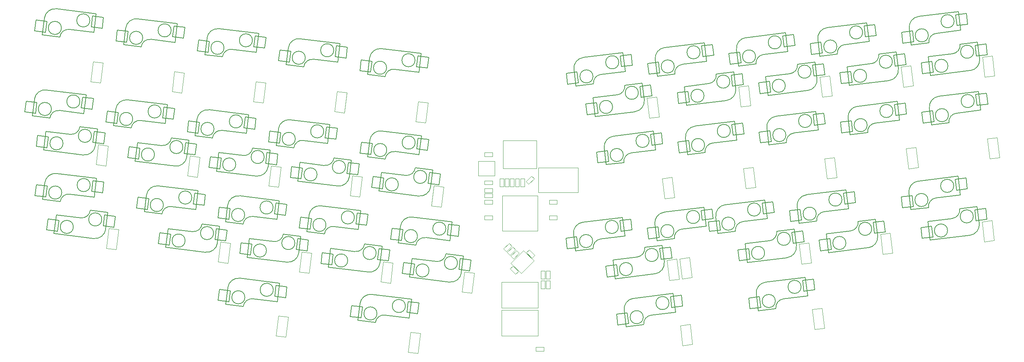
<source format=gbr>
%TF.GenerationSoftware,KiCad,Pcbnew,7.0.6*%
%TF.CreationDate,2024-02-12T15:49:00-05:00*%
%TF.ProjectId,lalettre2040-tripple-stagger-hotswap-pcb,6c616c65-7474-4726-9532-3034302d7472,rev?*%
%TF.SameCoordinates,PX1ea85bbPY7e0978f*%
%TF.FileFunction,Other,User*%
%FSLAX46Y46*%
G04 Gerber Fmt 4.6, Leading zero omitted, Abs format (unit mm)*
G04 Created by KiCad (PCBNEW 7.0.6) date 2024-02-12 15:49:00*
%MOMM*%
%LPD*%
G01*
G04 APERTURE LIST*
%ADD10C,0.150000*%
%ADD11C,0.127000*%
%ADD12C,0.050000*%
G04 APERTURE END LIST*
D10*
%TO.C,MX51*%
X179331837Y37322693D02*
X176810770Y37013144D01*
X179022289Y39843760D02*
X179331837Y37322693D01*
D11*
X177144580Y40268088D02*
X177680805Y35900885D01*
X177144580Y40268088D02*
X167913901Y39134703D01*
D10*
X176810770Y37013144D02*
X176501222Y39534212D01*
X176501222Y39534212D02*
X179022289Y39843760D01*
D11*
X172023292Y35206229D02*
X177680805Y35900885D01*
D10*
X166783942Y33222930D02*
X166513088Y35428864D01*
X166513088Y35428864D02*
X163992020Y35119316D01*
D11*
X166212499Y32477734D02*
X170281939Y32977398D01*
X165737209Y36348664D02*
X166212499Y32477734D01*
D10*
X164262875Y32913382D02*
X166783942Y33222930D01*
X163992020Y35119316D02*
X164262875Y32913382D01*
D11*
X172023292Y35206228D02*
G75*
G03*
X170281940Y32977398I243738J-1985090D01*
G01*
X167913901Y39134701D02*
G75*
G03*
X165737210Y36348664I304673J-2481364D01*
G01*
D10*
X176163142Y38026040D02*
G75*
G03*
X176163142Y38026040I-1524000J0D01*
G01*
X170170022Y34731102D02*
G75*
G03*
X170170022Y34731102I-1524000J0D01*
G01*
%TO.C,MX27*%
X165112140Y35896619D02*
X162591072Y35587071D01*
X164841285Y38102553D02*
X165112140Y35896619D01*
D11*
X162963576Y38526881D02*
X163499801Y34159678D01*
X162963576Y38526881D02*
X153732897Y37393496D01*
D10*
X162591072Y35587071D02*
X162320218Y37793005D01*
X162320218Y37793005D02*
X164841285Y38102553D01*
D11*
X157842288Y33465022D02*
X163499801Y34159678D01*
D10*
X152602938Y31481723D02*
X152293390Y34002790D01*
X152293390Y34002790D02*
X149772323Y33693242D01*
D11*
X152031495Y30736527D02*
X156100935Y31236191D01*
X151556205Y34607457D02*
X152031495Y30736527D01*
D10*
X150081871Y31172175D02*
X152602938Y31481723D01*
X149772323Y33693242D02*
X150081871Y31172175D01*
D11*
X157842288Y33465021D02*
G75*
G03*
X156100936Y31236191I243738J-1985090D01*
G01*
X153732897Y37393494D02*
G75*
G03*
X151556206Y34607457I304673J-2481364D01*
G01*
D10*
X161982138Y36284833D02*
G75*
G03*
X161982138Y36284833I-1524000J0D01*
G01*
X155989018Y32989895D02*
G75*
G03*
X155989018Y32989895I-1524000J0D01*
G01*
%TO.C,MX50*%
X140143930Y24833814D02*
X142664997Y25143363D01*
X140453478Y22312747D02*
X140143930Y24833814D01*
D11*
X142331187Y21888419D02*
X141794962Y26255622D01*
X142331187Y21888419D02*
X151561866Y23021804D01*
D10*
X142664997Y25143363D02*
X142974545Y22622295D01*
X142974545Y22622295D02*
X140453478Y22312747D01*
D11*
X147452475Y26950278D02*
X141794962Y26255622D01*
D10*
X152691825Y28933577D02*
X155212892Y29243125D01*
X153001373Y26412510D02*
X152691825Y28933577D01*
D11*
X153263268Y29678773D02*
X149193828Y29179109D01*
X153738558Y25807843D02*
X153263268Y29678773D01*
D10*
X155212892Y29243125D02*
X155522440Y26722058D01*
X155522440Y26722058D02*
X153001373Y26412510D01*
D11*
X147452475Y26950279D02*
G75*
G03*
X149193827Y29179109I-243738J1985090D01*
G01*
X151561866Y23021806D02*
G75*
G03*
X153738557Y25807843I-304673J2481364D01*
G01*
D10*
X146360625Y24130467D02*
G75*
G03*
X146360625Y24130467I-1524000J0D01*
G01*
X152353745Y27425405D02*
G75*
G03*
X152353745Y27425405I-1524000J0D01*
G01*
D12*
%TO.C,R_FLASH2*%
X125040311Y19575029D02*
X125980311Y19575029D01*
X125980311Y19575029D02*
X125980311Y21435029D01*
X125040311Y21435029D02*
X125040311Y19575029D01*
X125980311Y21435029D02*
X125040311Y21435029D01*
%TO.C,D9*%
X211108288Y71541904D02*
X208825432Y71261605D01*
X208825432Y71261605D02*
X209398218Y66596638D01*
X211681074Y66876937D02*
X211108288Y71541904D01*
X211681074Y66876937D02*
X209398218Y66596638D01*
%TO.C,R_DATA2*%
X116705928Y43358800D02*
X117645928Y43358800D01*
X117645928Y43358800D02*
X117645928Y45218800D01*
X116705928Y45218800D02*
X116705928Y43358800D01*
X117645928Y45218800D02*
X116705928Y45218800D01*
D10*
%TO.C,MX44*%
X98675343Y51820841D02*
X96154276Y52130389D01*
X98984892Y54341908D02*
X98675343Y51820841D01*
D11*
X97265613Y55207891D02*
X96729388Y50840687D01*
X97265613Y55207891D02*
X88034934Y56341275D01*
D10*
X96154276Y52130389D02*
X96463824Y54651456D01*
X96463824Y54651456D02*
X98984892Y54341908D01*
D11*
X91071875Y51535343D02*
X96729388Y50840687D01*
D10*
X85508352Y50878469D02*
X82987285Y51188017D01*
X85817901Y53399537D02*
X85508352Y50878469D01*
D11*
X84773605Y50293653D02*
X88843044Y49793989D01*
X85248895Y54164583D02*
X84773605Y50293653D01*
D10*
X82987285Y51188017D02*
X83296833Y53709085D01*
X83296833Y53709085D02*
X85817901Y53399537D01*
D11*
X91071875Y51535342D02*
G75*
G03*
X88843044Y49793989I-243740J-1985090D01*
G01*
X88034934Y56341274D02*
G75*
G03*
X85248896Y54164583I-304674J-2481364D01*
G01*
D10*
X95816197Y53638561D02*
G75*
G03*
X95816197Y53638561I-1524001J0D01*
G01*
X89203981Y51891364D02*
G75*
G03*
X89203981Y51891364I-1524001J0D01*
G01*
%TO.C,MX41*%
X29268211Y52665740D02*
X31789278Y52356192D01*
X28958662Y50144673D02*
X29268211Y52665740D01*
D11*
X30677941Y49278690D02*
X31214166Y53645894D01*
X30677941Y49278690D02*
X39908620Y48145306D01*
D10*
X31789278Y52356192D02*
X31479730Y49835125D01*
X31479730Y49835125D02*
X28958662Y50144673D01*
D11*
X36871679Y52951238D02*
X31214166Y53645894D01*
D10*
X42435202Y53608112D02*
X42125653Y51087044D01*
X42125653Y51087044D02*
X44646721Y50777496D01*
D11*
X43169949Y54192928D02*
X39100510Y54692592D01*
X42694659Y50321998D02*
X43169949Y54192928D01*
D10*
X44956269Y53298564D02*
X42435202Y53608112D01*
X44646721Y50777496D02*
X44956269Y53298564D01*
D11*
X36871679Y52951239D02*
G75*
G03*
X39100510Y54692592I243740J1985090D01*
G01*
X39908620Y48145307D02*
G75*
G03*
X42694658Y50321998I304674J2481364D01*
G01*
D10*
X35175359Y50848020D02*
G75*
G03*
X35175359Y50848020I-1524001J0D01*
G01*
X41787575Y52595217D02*
G75*
G03*
X41787575Y52595217I-1524001J0D01*
G01*
%TO.C,MX14*%
X77403837Y54432653D02*
X74882770Y54742201D01*
X77713386Y56953720D02*
X77403837Y54432653D01*
D11*
X75994107Y57819703D02*
X75457882Y53452499D01*
X75994107Y57819703D02*
X66763428Y58953087D01*
D10*
X74882770Y54742201D02*
X75192318Y57263268D01*
X75192318Y57263268D02*
X77713386Y56953720D01*
D11*
X69800369Y54147155D02*
X75457882Y53452499D01*
D10*
X64236846Y53490281D02*
X64546395Y56011349D01*
X64546395Y56011349D02*
X62025327Y56320897D01*
D11*
X63502099Y52905465D02*
X67571538Y52405801D01*
X63977389Y56776395D02*
X63502099Y52905465D01*
D10*
X61715779Y53799829D02*
X64236846Y53490281D01*
X62025327Y56320897D02*
X61715779Y53799829D01*
D11*
X69800369Y54147154D02*
G75*
G03*
X67571538Y52405801I-243740J-1985090D01*
G01*
X66763428Y58953086D02*
G75*
G03*
X63977390Y56776395I-304674J-2481364D01*
G01*
D10*
X74544691Y56250373D02*
G75*
G03*
X74544691Y56250373I-1524001J0D01*
G01*
X67932475Y54503176D02*
G75*
G03*
X67932475Y54503176I-1524001J0D01*
G01*
%TO.C,MX28*%
X170869506Y28606424D02*
X173390573Y28915973D01*
X171179054Y26085357D02*
X170869506Y28606424D01*
D11*
X173056763Y25661029D02*
X172520538Y30028232D01*
X173056763Y25661029D02*
X182287442Y26794414D01*
D10*
X173390573Y28915973D02*
X173700121Y26394905D01*
X173700121Y26394905D02*
X171179054Y26085357D01*
D11*
X178178051Y30722888D02*
X172520538Y30028232D01*
D10*
X183417401Y32706187D02*
X183726949Y30185120D01*
X183726949Y30185120D02*
X186248016Y30494668D01*
D11*
X183988844Y33451383D02*
X179919404Y32951719D01*
X184464134Y29580453D02*
X183988844Y33451383D01*
D10*
X185938468Y33015735D02*
X183417401Y32706187D01*
X186248016Y30494668D02*
X185938468Y33015735D01*
D11*
X178178051Y30722889D02*
G75*
G03*
X179919403Y32951719I-243738J1985090D01*
G01*
X182287442Y26794416D02*
G75*
G03*
X184464133Y29580453I-304673J2481364D01*
G01*
D10*
X177086201Y27903077D02*
G75*
G03*
X177086201Y27903077I-1524000J0D01*
G01*
X183079321Y31198015D02*
G75*
G03*
X183079321Y31198015I-1524000J0D01*
G01*
D12*
%TO.C,C_ESD2*%
X111960923Y44748800D02*
X111960923Y43828800D01*
X111960923Y43828800D02*
X113780923Y43828800D01*
X113780923Y44748800D02*
X111960923Y44748800D01*
X113780923Y43828800D02*
X113780923Y44748800D01*
D10*
%TO.C,MX17*%
X172283225Y55650295D02*
X169762158Y55340746D01*
X171973677Y58171362D02*
X172283225Y55650295D01*
D11*
X170095968Y58595690D02*
X170632193Y54228487D01*
X170095968Y58595690D02*
X160865289Y57462305D01*
D10*
X169762158Y55340746D02*
X169452610Y57861814D01*
X169452610Y57861814D02*
X171973677Y58171362D01*
D11*
X164974680Y53533831D02*
X170632193Y54228487D01*
D10*
X159735330Y51550532D02*
X159425782Y54071599D01*
X159425782Y54071599D02*
X156904715Y53762051D01*
D11*
X159163887Y50805336D02*
X163233327Y51305000D01*
X158688597Y54676266D02*
X159163887Y50805336D01*
D10*
X157214263Y51240984D02*
X159735330Y51550532D01*
X156904715Y53762051D02*
X157214263Y51240984D01*
D11*
X164974680Y53533830D02*
G75*
G03*
X163233328Y51305000I243738J-1985090D01*
G01*
X160865289Y57462303D02*
G75*
G03*
X158688598Y54676266I304673J-2481364D01*
G01*
D10*
X169114530Y56353642D02*
G75*
G03*
X169114530Y56353642I-1524000J0D01*
G01*
X163121410Y53058704D02*
G75*
G03*
X163121410Y53058704I-1524000J0D01*
G01*
D12*
%TO.C,D19*%
X212248149Y52488785D02*
X209965293Y52208486D01*
X209965293Y52208486D02*
X210538079Y47543519D01*
X212820935Y47823818D02*
X212248149Y52488785D01*
X212820935Y47823818D02*
X210538079Y47543519D01*
%TO.C,R_FLASH3*%
X126230935Y21840968D02*
X127170935Y21840968D01*
X127170935Y21840968D02*
X127170935Y23700968D01*
X126230935Y23700968D02*
X126230935Y21840968D01*
X127170935Y23700968D02*
X126230935Y23700968D01*
D10*
%TO.C,MX22*%
X46720222Y39007064D02*
X44199155Y39316612D01*
X47029771Y41528131D02*
X46720222Y39007064D01*
D11*
X45310492Y42394114D02*
X44774267Y38026910D01*
X45310492Y42394114D02*
X36079813Y43527498D01*
D10*
X44199155Y39316612D02*
X44508703Y41837679D01*
X44508703Y41837679D02*
X47029771Y41528131D01*
D11*
X39116754Y38721566D02*
X44774267Y38026910D01*
D10*
X33553231Y38064692D02*
X33862780Y40585760D01*
X33862780Y40585760D02*
X31341712Y40895308D01*
D11*
X32818484Y37479876D02*
X36887923Y36980212D01*
X33293774Y41350806D02*
X32818484Y37479876D01*
D10*
X31032164Y38374240D02*
X33553231Y38064692D01*
X31341712Y40895308D02*
X31032164Y38374240D01*
D11*
X39116754Y38721565D02*
G75*
G03*
X36887923Y36980212I-243740J-1985090D01*
G01*
X36079813Y43527497D02*
G75*
G03*
X33293775Y41350806I-304674J-2481364D01*
G01*
D10*
X43861076Y40824784D02*
G75*
G03*
X43861076Y40824784I-1524001J0D01*
G01*
X37248860Y39077587D02*
G75*
G03*
X37248860Y39077587I-1524001J0D01*
G01*
D12*
%TO.C,C_3V3_3*%
X120017178Y45198800D02*
X119097178Y45198800D01*
X119097178Y45198800D02*
X119097178Y43378800D01*
X120017178Y43378800D02*
X120017178Y45198800D01*
X119097178Y43378800D02*
X120017178Y43378800D01*
%TO.C,SW2*%
X115902493Y14546586D02*
X115902493Y8546586D01*
X115902493Y8546586D02*
X124402493Y8546586D01*
X124402493Y14546586D02*
X115902493Y14546586D01*
X124402493Y8546586D02*
X124402493Y14546586D01*
D10*
%TO.C,MX9*%
X203050621Y78621119D02*
X200529554Y78311570D01*
X202741073Y81142186D02*
X203050621Y78621119D01*
D11*
X200863364Y81566514D02*
X201399589Y77199311D01*
X200863364Y81566514D02*
X191632685Y80433129D01*
D10*
X200529554Y78311570D02*
X200220006Y80832638D01*
X200220006Y80832638D02*
X202741073Y81142186D01*
D11*
X195742076Y76504655D02*
X201399589Y77199311D01*
D10*
X190502726Y74521356D02*
X190193178Y77042423D01*
X190193178Y77042423D02*
X187672111Y76732875D01*
D11*
X189931283Y73776160D02*
X194000723Y74275824D01*
X189455993Y77647090D02*
X189931283Y73776160D01*
D10*
X187981659Y74211808D02*
X190502726Y74521356D01*
X187672111Y76732875D02*
X187981659Y74211808D01*
D11*
X195742076Y76504654D02*
G75*
G03*
X194000724Y74275824I243738J-1985090D01*
G01*
X191632685Y80433127D02*
G75*
G03*
X189455994Y77647090I304673J-2481364D01*
G01*
D10*
X199881926Y79324466D02*
G75*
G03*
X199881926Y79324466I-1524000J0D01*
G01*
X193888806Y76029528D02*
G75*
G03*
X193888806Y76029528I-1524000J0D01*
G01*
D12*
%TO.C,C_3V3_6*%
X111960923Y36605045D02*
X111960923Y35685045D01*
X111960923Y35685045D02*
X113780923Y35685045D01*
X113780923Y36605045D02*
X111960923Y36605045D01*
X113780923Y35685045D02*
X113780923Y36605045D01*
%TO.C,D14*%
X83509632Y45614306D02*
X81226776Y45894605D01*
X81226776Y45894605D02*
X80653990Y41229638D01*
X82936846Y40949339D02*
X83509632Y45614306D01*
X82936846Y40949339D02*
X80653990Y41229638D01*
%TO.C,D24*%
X90642031Y25545481D02*
X88359175Y25825780D01*
X88359175Y25825780D02*
X87786389Y21160813D01*
X90069245Y20880514D02*
X90642031Y25545481D01*
X90069245Y20880514D02*
X87786389Y21160813D01*
%TO.C,C_XTAL2*%
X118535333Y24860395D02*
X117884795Y24209857D01*
X117884795Y24209857D02*
X119171729Y22922923D01*
X119822267Y23573461D02*
X118535333Y24860395D01*
X119171729Y22922923D02*
X119822267Y23573461D01*
%TO.C,D21*%
X26827462Y33380925D02*
X24544606Y33661224D01*
X24544606Y33661224D02*
X23971820Y28996257D01*
X26254676Y28715958D02*
X26827462Y33380925D01*
X26254676Y28715958D02*
X23971820Y28996257D01*
%TO.C,D27*%
X159618328Y26833578D02*
X157335472Y26553279D01*
X157335472Y26553279D02*
X157908258Y21888312D01*
X160191114Y22168611D02*
X159618328Y26833578D01*
X160191114Y22168611D02*
X157908258Y21888312D01*
D10*
%TO.C,MX6*%
X146326541Y71656293D02*
X143805474Y71346744D01*
X146016993Y74177360D02*
X146326541Y71656293D01*
D11*
X144139284Y74601688D02*
X144675509Y70234485D01*
X144139284Y74601688D02*
X134908605Y73468303D01*
D10*
X143805474Y71346744D02*
X143495926Y73867812D01*
X143495926Y73867812D02*
X146016993Y74177360D01*
D11*
X139017996Y69539829D02*
X144675509Y70234485D01*
D10*
X133778646Y67556530D02*
X133469098Y70077597D01*
X133469098Y70077597D02*
X130948031Y69768049D01*
D11*
X133207203Y66811334D02*
X137276643Y67310998D01*
X132731913Y70682264D02*
X133207203Y66811334D01*
D10*
X131257579Y67246982D02*
X133778646Y67556530D01*
X130948031Y69768049D02*
X131257579Y67246982D01*
D11*
X139017996Y69539828D02*
G75*
G03*
X137276644Y67310998I243738J-1985090D01*
G01*
X134908605Y73468301D02*
G75*
G03*
X132731914Y70682264I304673J-2481364D01*
G01*
D10*
X143157846Y72359640D02*
G75*
G03*
X143157846Y72359640I-1524000J0D01*
G01*
X137164726Y69064702D02*
G75*
G03*
X137164726Y69064702I-1524000J0D01*
G01*
D12*
%TO.C,J1*%
X124052492Y47557243D02*
X116252492Y47557243D01*
X124052492Y54117243D02*
X124052492Y47557243D01*
X116252492Y47557243D02*
X116252492Y54117243D01*
X116252492Y54117243D02*
X124052492Y54117243D01*
%TO.C,D28*%
X187389483Y30243445D02*
X185106627Y29963146D01*
X185106627Y29963146D02*
X185679413Y25298179D01*
X187962269Y25578478D02*
X187389483Y30243445D01*
X187962269Y25578478D02*
X185679413Y25298179D01*
%TO.C,R_FLASH1*%
X126230936Y19575028D02*
X127170936Y19575028D01*
X127170936Y19575028D02*
X127170936Y21435028D01*
X126230936Y21435028D02*
X126230936Y19575028D01*
X127170936Y21435028D02*
X126230936Y21435028D01*
%TO.C,D17*%
X174432108Y47845558D02*
X172149252Y47565259D01*
X172149252Y47565259D02*
X172722038Y42900292D01*
X175004894Y43180591D02*
X174432108Y47845558D01*
X175004894Y43180591D02*
X172722038Y42900292D01*
D10*
%TO.C,MX47*%
X55308607Y30275320D02*
X57829674Y29965772D01*
X54999058Y27754253D02*
X55308607Y30275320D01*
D11*
X56718337Y26888270D02*
X57254562Y31255474D01*
X56718337Y26888270D02*
X65949016Y25754886D01*
D10*
X57829674Y29965772D02*
X57520126Y27444705D01*
X57520126Y27444705D02*
X54999058Y27754253D01*
D11*
X62912075Y30560818D02*
X57254562Y31255474D01*
D10*
X68475598Y31217692D02*
X68166049Y28696624D01*
X68166049Y28696624D02*
X70687117Y28387076D01*
D11*
X69210345Y31802508D02*
X65140906Y32302172D01*
X68735055Y27931578D02*
X69210345Y31802508D01*
D10*
X70996665Y30908144D02*
X68475598Y31217692D01*
X70687117Y28387076D02*
X70996665Y30908144D01*
D11*
X62912075Y30560819D02*
G75*
G03*
X65140906Y32302172I243740J1985090D01*
G01*
X65949016Y25754887D02*
G75*
G03*
X68735054Y27931578I304674J2481364D01*
G01*
D10*
X61215755Y28457600D02*
G75*
G03*
X61215755Y28457600I-1524001J0D01*
G01*
X67827971Y30204797D02*
G75*
G03*
X67827971Y30204797I-1524001J0D01*
G01*
D12*
%TO.C,C_3V3_5*%
X111960925Y40205044D02*
X111960925Y39285044D01*
X111960925Y39285044D02*
X113780925Y39285044D01*
X113780925Y40205044D02*
X111960925Y40205044D01*
X113780925Y39285044D02*
X113780925Y40205044D01*
D10*
%TO.C,MX53*%
X213412448Y33830056D02*
X215933515Y34139605D01*
X213721996Y31308989D02*
X213412448Y33830056D01*
D11*
X215599705Y30884661D02*
X215063480Y35251864D01*
X215599705Y30884661D02*
X224830384Y32018046D01*
D10*
X215933515Y34139605D02*
X216243063Y31618537D01*
X216243063Y31618537D02*
X213721996Y31308989D01*
D11*
X220720993Y35946520D02*
X215063480Y35251864D01*
D10*
X225960343Y37929819D02*
X228481410Y38239367D01*
X226269891Y35408752D02*
X225960343Y37929819D01*
D11*
X226531786Y38675015D02*
X222462346Y38175351D01*
X227007076Y34804085D02*
X226531786Y38675015D01*
D10*
X228481410Y38239367D02*
X228790958Y35718300D01*
X228790958Y35718300D02*
X226269891Y35408752D01*
D11*
X220720993Y35946521D02*
G75*
G03*
X222462345Y38175351I-243738J1985090D01*
G01*
X224830384Y32018048D02*
G75*
G03*
X227007075Y34804085I-304673J2481364D01*
G01*
D10*
X219629143Y33126709D02*
G75*
G03*
X219629143Y33126709I-1524000J0D01*
G01*
X225622263Y36421647D02*
G75*
G03*
X225622263Y36421647I-1524000J0D01*
G01*
D12*
%TO.C,U2*%
X124432188Y47744114D02*
X133732188Y47744114D01*
X124432188Y42024114D02*
X124432188Y47744114D01*
X133732188Y47744114D02*
X133732188Y42024114D01*
X133732188Y42024114D02*
X124432188Y42024114D01*
%TO.C,D6*%
X152020723Y64286866D02*
X149737867Y64006567D01*
X149737867Y64006567D02*
X150310653Y59341600D01*
X152593509Y59621899D02*
X152020723Y64286866D01*
X152593509Y59621899D02*
X150310653Y59341600D01*
D10*
%TO.C,MX8*%
X184142618Y76299507D02*
X181621551Y75989958D01*
X183833070Y78820574D02*
X184142618Y76299507D01*
D11*
X181955361Y79244902D02*
X182491586Y74877699D01*
X181955361Y79244902D02*
X172724682Y78111517D01*
D10*
X181621551Y75989958D02*
X181312003Y78511026D01*
X181312003Y78511026D02*
X183833070Y78820574D01*
D11*
X176834073Y74183043D02*
X182491586Y74877699D01*
D10*
X171594723Y72199744D02*
X171285175Y74720811D01*
X171285175Y74720811D02*
X168764108Y74411263D01*
D11*
X171023280Y71454548D02*
X175092720Y71954212D01*
X170547990Y75325478D02*
X171023280Y71454548D01*
D10*
X169073656Y71890196D02*
X171594723Y72199744D01*
X168764108Y74411263D02*
X169073656Y71890196D01*
D11*
X176834073Y74183042D02*
G75*
G03*
X175092721Y71954212I243738J-1985090D01*
G01*
X172724682Y78111515D02*
G75*
G03*
X170547991Y75325478I304673J-2481364D01*
G01*
D10*
X180973923Y77002854D02*
G75*
G03*
X180973923Y77002854I-1524000J0D01*
G01*
X174980803Y73707916D02*
G75*
G03*
X174980803Y73707916I-1524000J0D01*
G01*
D12*
%TO.C,D23*%
X71734011Y27867096D02*
X69451155Y28147395D01*
X69451155Y28147395D02*
X68878369Y23482428D01*
X71161225Y23202129D02*
X71734011Y27867096D01*
X71161225Y23202129D02*
X68878369Y23482428D01*
D10*
%TO.C,MX48*%
X74216609Y27953709D02*
X76737676Y27644161D01*
X73907060Y25432642D02*
X74216609Y27953709D01*
D11*
X75626339Y24566659D02*
X76162564Y28933863D01*
X75626339Y24566659D02*
X84857018Y23433275D01*
D10*
X76737676Y27644161D02*
X76428128Y25123094D01*
X76428128Y25123094D02*
X73907060Y25432642D01*
D11*
X81820077Y28239207D02*
X76162564Y28933863D01*
D10*
X87383600Y28896081D02*
X87074051Y26375013D01*
X87074051Y26375013D02*
X89595119Y26065465D01*
D11*
X88118347Y29480897D02*
X84048908Y29980561D01*
X87643057Y25609967D02*
X88118347Y29480897D01*
D10*
X89904667Y28586533D02*
X87383600Y28896081D01*
X89595119Y26065465D02*
X89904667Y28586533D01*
D11*
X81820077Y28239208D02*
G75*
G03*
X84048908Y29980561I243740J1985090D01*
G01*
X84857018Y23433276D02*
G75*
G03*
X87643056Y25609967I304674J2481364D01*
G01*
D10*
X80123757Y26135989D02*
G75*
G03*
X80123757Y26135989I-1524001J0D01*
G01*
X86735973Y27883186D02*
G75*
G03*
X86735973Y27883186I-1524001J0D01*
G01*
%TO.C,MX38*%
X194588290Y69904849D02*
X197109357Y70214398D01*
X194897838Y67383782D02*
X194588290Y69904849D01*
D11*
X196775547Y66959454D02*
X196239322Y71326657D01*
X196775547Y66959454D02*
X206006226Y68092839D01*
D10*
X197109357Y70214398D02*
X197418905Y67693330D01*
X197418905Y67693330D02*
X194897838Y67383782D01*
D11*
X201896835Y72021313D02*
X196239322Y71326657D01*
D10*
X207136185Y74004612D02*
X207445733Y71483545D01*
X207445733Y71483545D02*
X209966800Y71793093D01*
D11*
X207707628Y74749808D02*
X203638188Y74250144D01*
X208182918Y70878878D02*
X207707628Y74749808D01*
D10*
X209657252Y74314160D02*
X207136185Y74004612D01*
X209966800Y71793093D02*
X209657252Y74314160D01*
D11*
X201896835Y72021314D02*
G75*
G03*
X203638187Y74250144I-243738J1985090D01*
G01*
X206006226Y68092841D02*
G75*
G03*
X208182917Y70878878I-304673J2481364D01*
G01*
D10*
X200804985Y69201502D02*
G75*
G03*
X200804985Y69201502I-1524000J0D01*
G01*
X206798105Y72496440D02*
G75*
G03*
X206798105Y72496440I-1524000J0D01*
G01*
%TO.C,MX15*%
X85992224Y45700907D02*
X88513291Y45391359D01*
X85682675Y43179840D02*
X85992224Y45700907D01*
D11*
X87401954Y42313857D02*
X87938179Y46681061D01*
X87401954Y42313857D02*
X96632633Y41180473D01*
D10*
X88513291Y45391359D02*
X88203743Y42870292D01*
X88203743Y42870292D02*
X85682675Y43179840D01*
D11*
X93595692Y45986405D02*
X87938179Y46681061D01*
D10*
X99159215Y46643279D02*
X98849666Y44122211D01*
X98849666Y44122211D02*
X101370734Y43812663D01*
D11*
X99893962Y47228095D02*
X95824523Y47727759D01*
X99418672Y43357165D02*
X99893962Y47228095D01*
D10*
X101680282Y46333731D02*
X99159215Y46643279D01*
X101370734Y43812663D02*
X101680282Y46333731D01*
D11*
X93595692Y45986406D02*
G75*
G03*
X95824523Y47727759I243740J1985090D01*
G01*
X96632633Y41180474D02*
G75*
G03*
X99418671Y43357165I304674J2481364D01*
G01*
D10*
X91899372Y43883187D02*
G75*
G03*
X91899372Y43883187I-1524001J0D01*
G01*
X98511588Y45630384D02*
G75*
G03*
X98511588Y45630384I-1524001J0D01*
G01*
D12*
%TO.C,D30*%
X229932527Y35467075D02*
X227649671Y35186776D01*
X227649671Y35186776D02*
X228222457Y30521809D01*
X230505313Y30802108D02*
X229932527Y35467075D01*
X230505313Y30802108D02*
X228222457Y30521809D01*
%TO.C,D34*%
X190457545Y15025780D02*
X188174689Y14745481D01*
X188174689Y14745481D02*
X188747475Y10080514D01*
X191030331Y10360813D02*
X190457545Y15025780D01*
X191030331Y10360813D02*
X188747475Y10080514D01*
D10*
%TO.C,MX25*%
X105807733Y31752031D02*
X103286666Y32061579D01*
X106117282Y34273098D02*
X105807733Y31752031D01*
D11*
X104398003Y35139081D02*
X103861778Y30771877D01*
X104398003Y35139081D02*
X95167324Y36272465D01*
D10*
X103286666Y32061579D02*
X103596214Y34582646D01*
X103596214Y34582646D02*
X106117282Y34273098D01*
D11*
X98204265Y31466533D02*
X103861778Y30771877D01*
D10*
X92640742Y30809659D02*
X90119675Y31119207D01*
X92950291Y33330727D02*
X92640742Y30809659D01*
D11*
X91905995Y30224843D02*
X95975434Y29725179D01*
X92381285Y34095773D02*
X91905995Y30224843D01*
D10*
X90119675Y31119207D02*
X90429223Y33640275D01*
X90429223Y33640275D02*
X92950291Y33330727D01*
D11*
X98204265Y31466532D02*
G75*
G03*
X95975434Y29725179I-243740J-1985090D01*
G01*
X95167324Y36272464D02*
G75*
G03*
X92381286Y34095773I-304674J-2481364D01*
G01*
D10*
X102948587Y33569751D02*
G75*
G03*
X102948587Y33569751I-1524001J0D01*
G01*
X96336371Y31822554D02*
G75*
G03*
X96336371Y31822554I-1524001J0D01*
G01*
D12*
%TO.C,R_RST1*%
X125725949Y4996803D02*
X125725949Y5936803D01*
X125725949Y5936803D02*
X123865949Y5936803D01*
X123865949Y4996803D02*
X125725949Y4996803D01*
X123865949Y5936803D02*
X123865949Y4996803D01*
%TO.C,C_3V3_4*%
X121207805Y45198800D02*
X120287805Y45198800D01*
X120287805Y45198800D02*
X120287805Y43378800D01*
X121207805Y43378800D02*
X121207805Y45198800D01*
X120287805Y43378800D02*
X121207805Y43378800D01*
D10*
%TO.C,MX10*%
X224322057Y81232938D02*
X221800990Y80923389D01*
X224012509Y83754005D02*
X224322057Y81232938D01*
D11*
X222134800Y84178333D02*
X222671025Y79811130D01*
X222134800Y84178333D02*
X212904121Y83044948D01*
D10*
X221800990Y80923389D02*
X221491442Y83444457D01*
X221491442Y83444457D02*
X224012509Y83754005D01*
D11*
X217013512Y79116474D02*
X222671025Y79811130D01*
D10*
X211774162Y77133175D02*
X209253095Y76823627D01*
X211464614Y79654242D02*
X211774162Y77133175D01*
D11*
X211202719Y76387979D02*
X215272159Y76887643D01*
X210727429Y80258909D02*
X211202719Y76387979D01*
D10*
X209253095Y76823627D02*
X208943547Y79344694D01*
X208943547Y79344694D02*
X211464614Y79654242D01*
D11*
X217013512Y79116473D02*
G75*
G03*
X215272160Y76887643I243738J-1985090D01*
G01*
X212904121Y83044946D02*
G75*
G03*
X210727430Y80258909I304673J-2481364D01*
G01*
D10*
X221153362Y81936285D02*
G75*
G03*
X221153362Y81936285I-1524000J0D01*
G01*
X215160242Y78641347D02*
G75*
G03*
X215160242Y78641347I-1524000J0D01*
G01*
D12*
%TO.C,D10*%
X230016307Y73863517D02*
X227733451Y73583218D01*
X227733451Y73583218D02*
X228306237Y68918251D01*
X230589093Y69198550D02*
X230016307Y73863517D01*
X230589093Y69198550D02*
X228306237Y68918251D01*
D10*
%TO.C,MX42*%
X48176214Y50344130D02*
X50697281Y50034582D01*
X47866665Y47823063D02*
X48176214Y50344130D01*
D11*
X49585944Y46957080D02*
X50122169Y51324284D01*
X49585944Y46957080D02*
X58816623Y45823696D01*
D10*
X50697281Y50034582D02*
X50387733Y47513515D01*
X50387733Y47513515D02*
X47866665Y47823063D01*
D11*
X55779682Y50629628D02*
X50122169Y51324284D01*
D10*
X61343205Y51286502D02*
X61033656Y48765434D01*
X61033656Y48765434D02*
X63554724Y48455886D01*
D11*
X62077952Y51871318D02*
X58008513Y52370982D01*
X61602662Y48000388D02*
X62077952Y51871318D01*
D10*
X63864272Y50976954D02*
X61343205Y51286502D01*
X63554724Y48455886D02*
X63864272Y50976954D01*
D11*
X55779682Y50629629D02*
G75*
G03*
X58008513Y52370982I243740J1985090D01*
G01*
X58816623Y45823697D02*
G75*
G03*
X61602661Y48000388I304674J2481364D01*
G01*
D10*
X54083362Y48526410D02*
G75*
G03*
X54083362Y48526410I-1524001J0D01*
G01*
X60695578Y50273607D02*
G75*
G03*
X60695578Y50273607I-1524001J0D01*
G01*
%TO.C,MX19*%
X210099234Y60293517D02*
X207578167Y59983968D01*
X209789686Y62814584D02*
X210099234Y60293517D01*
D11*
X207911977Y63238912D02*
X208448202Y58871709D01*
X207911977Y63238912D02*
X198681298Y62105527D01*
D10*
X207578167Y59983968D02*
X207268619Y62505036D01*
X207268619Y62505036D02*
X209789686Y62814584D01*
D11*
X202790689Y58177053D02*
X208448202Y58871709D01*
D10*
X197551339Y56193754D02*
X197241791Y58714821D01*
X197241791Y58714821D02*
X194720724Y58405273D01*
D11*
X196979896Y55448558D02*
X201049336Y55948222D01*
X196504606Y59319488D02*
X196979896Y55448558D01*
D10*
X195030272Y55884206D02*
X197551339Y56193754D01*
X194720724Y58405273D02*
X195030272Y55884206D01*
D11*
X202790689Y58177052D02*
G75*
G03*
X201049337Y55948222I243738J-1985090D01*
G01*
X198681298Y62105525D02*
G75*
G03*
X196504607Y59319488I304673J-2481364D01*
G01*
D10*
X206930539Y60996864D02*
G75*
G03*
X206930539Y60996864I-1524000J0D01*
G01*
X200937419Y57701926D02*
G75*
G03*
X200937419Y57701926I-1524000J0D01*
G01*
%TO.C,MX40*%
X7996705Y55277552D02*
X10517772Y54968004D01*
X7687156Y52756485D02*
X7996705Y55277552D01*
D11*
X9406435Y51890502D02*
X9942660Y56257706D01*
X9406435Y51890502D02*
X18637114Y50757118D01*
D10*
X10517772Y54968004D02*
X10208224Y52446937D01*
X10208224Y52446937D02*
X7687156Y52756485D01*
D11*
X15600173Y55563050D02*
X9942660Y56257706D01*
D10*
X21163696Y56219924D02*
X23684763Y55910376D01*
X20854147Y53698856D02*
X21163696Y56219924D01*
D11*
X21898443Y56804740D02*
X17829004Y57304404D01*
X21423153Y52933810D02*
X21898443Y56804740D01*
D10*
X23684763Y55910376D02*
X23375215Y53389308D01*
X23375215Y53389308D02*
X20854147Y53698856D01*
D11*
X15600173Y55563051D02*
G75*
G03*
X17829004Y57304404I243740J1985090D01*
G01*
X18637114Y50757119D02*
G75*
G03*
X21423152Y52933810I304674J2481364D01*
G01*
D10*
X13903853Y53459832D02*
G75*
G03*
X13903853Y53459832I-1524001J0D01*
G01*
X20516069Y55207029D02*
G75*
G03*
X20516069Y55207029I-1524001J0D01*
G01*
%TO.C,MX30*%
X224238278Y42836528D02*
X221717211Y42526979D01*
X223928730Y45357595D02*
X224238278Y42836528D01*
D11*
X222051021Y45781923D02*
X222587246Y41414720D01*
X222051021Y45781923D02*
X212820342Y44648538D01*
D10*
X221717211Y42526979D02*
X221407663Y45048047D01*
X221407663Y45048047D02*
X223928730Y45357595D01*
D11*
X216929733Y40720064D02*
X222587246Y41414720D01*
D10*
X211690383Y38736765D02*
X209169316Y38427217D01*
X211380835Y41257832D02*
X211690383Y38736765D01*
D11*
X211118940Y37991569D02*
X215188380Y38491233D01*
X210643650Y41862499D02*
X211118940Y37991569D01*
D10*
X209169316Y38427217D02*
X208859768Y40948284D01*
X208859768Y40948284D02*
X211380835Y41257832D01*
D11*
X216929733Y40720063D02*
G75*
G03*
X215188381Y38491233I243738J-1985090D01*
G01*
X212820342Y44648536D02*
G75*
G03*
X210643651Y41862499I304673J-2481364D01*
G01*
D10*
X221069583Y43539875D02*
G75*
G03*
X221069583Y43539875I-1524000J0D01*
G01*
X215076463Y40244937D02*
G75*
G03*
X215076463Y40244937I-1524000J0D01*
G01*
D12*
%TO.C,D1*%
X23198429Y72212671D02*
X20915573Y72492970D01*
X20915573Y72492970D02*
X20342787Y67828003D01*
X22625643Y67547704D02*
X23198429Y72212671D01*
X22625643Y67547704D02*
X20342787Y67828003D01*
D10*
%TO.C,MX33*%
X158018375Y15512684D02*
X155497308Y15203135D01*
X157708827Y18033751D02*
X158018375Y15512684D01*
D11*
X155831118Y18458079D02*
X156367343Y14090876D01*
X155831118Y18458079D02*
X146600439Y17324694D01*
D10*
X155497308Y15203135D02*
X155187760Y17724203D01*
X155187760Y17724203D02*
X157708827Y18033751D01*
D11*
X150709830Y13396220D02*
X156367343Y14090876D01*
D10*
X145470480Y11412921D02*
X142949413Y11103373D01*
X145160932Y13933988D02*
X145470480Y11412921D01*
D11*
X144899037Y10667725D02*
X148968477Y11167389D01*
X144423747Y14538655D02*
X144899037Y10667725D01*
D10*
X142949413Y11103373D02*
X142639865Y13624440D01*
X142639865Y13624440D02*
X145160932Y13933988D01*
D11*
X150709830Y13396219D02*
G75*
G03*
X148968478Y11167389I243738J-1985090D01*
G01*
X146600439Y17324692D02*
G75*
G03*
X144423748Y14538655I304673J-2481364D01*
G01*
D10*
X154849680Y16216031D02*
G75*
G03*
X154849680Y16216031I-1524000J0D01*
G01*
X148856560Y12921093D02*
G75*
G03*
X148856560Y12921093I-1524000J0D01*
G01*
%TO.C,MX31*%
X65670114Y17487248D02*
X63149047Y17796796D01*
X65979663Y20008315D02*
X65670114Y17487248D01*
D11*
X64260384Y20874298D02*
X63724159Y16507094D01*
X64260384Y20874298D02*
X55029705Y22007682D01*
D10*
X63149047Y17796796D02*
X63458595Y20317863D01*
X63458595Y20317863D02*
X65979663Y20008315D01*
D11*
X58066646Y17201750D02*
X63724159Y16507094D01*
D10*
X52503123Y16544876D02*
X49982056Y16854424D01*
X52812672Y19065944D02*
X52503123Y16544876D01*
D11*
X51768376Y15960060D02*
X55837815Y15460396D01*
X52243666Y19830990D02*
X51768376Y15960060D01*
D10*
X49982056Y16854424D02*
X50291604Y19375492D01*
X50291604Y19375492D02*
X52812672Y19065944D01*
D11*
X58066646Y17201749D02*
G75*
G03*
X55837815Y15460396I-243740J-1985090D01*
G01*
X55029705Y22007681D02*
G75*
G03*
X52243667Y19830990I-304674J-2481364D01*
G01*
D10*
X62810968Y19304968D02*
G75*
G03*
X62810968Y19304968I-1524001J0D01*
G01*
X56198752Y17557771D02*
G75*
G03*
X56198752Y17557771I-1524001J0D01*
G01*
D12*
%TO.C,C_1V1_2*%
X123502482Y45202312D02*
X122851944Y45852850D01*
X122851944Y45852850D02*
X121565010Y44565916D01*
X122215548Y43915378D02*
X123502482Y45202312D01*
X121565010Y44565916D02*
X122215548Y43915378D01*
D10*
%TO.C,MX45*%
X10402095Y35789145D02*
X12923162Y35479597D01*
X10092546Y33268078D02*
X10402095Y35789145D01*
D11*
X11811825Y32402095D02*
X12348050Y36769299D01*
X11811825Y32402095D02*
X21042504Y31268711D01*
D10*
X12923162Y35479597D02*
X12613614Y32958530D01*
X12613614Y32958530D02*
X10092546Y33268078D01*
D11*
X18005563Y36074643D02*
X12348050Y36769299D01*
D10*
X23569086Y36731517D02*
X26090153Y36421969D01*
X23259537Y34210449D02*
X23569086Y36731517D01*
D11*
X24303833Y37316333D02*
X20234394Y37815997D01*
X23828543Y33445403D02*
X24303833Y37316333D01*
D10*
X26090153Y36421969D02*
X25780605Y33900901D01*
X25780605Y33900901D02*
X23259537Y34210449D01*
D11*
X18005563Y36074644D02*
G75*
G03*
X20234394Y37815997I243740J1985090D01*
G01*
X21042504Y31268712D02*
G75*
G03*
X23828542Y33445403I304674J2481364D01*
G01*
D10*
X16309243Y33971425D02*
G75*
G03*
X16309243Y33971425I-1524001J0D01*
G01*
X22921459Y35718622D02*
G75*
G03*
X22921459Y35718622I-1524001J0D01*
G01*
D12*
%TO.C,D4*%
X79922490Y65247832D02*
X77639634Y65528131D01*
X77639634Y65528131D02*
X77066848Y60863164D01*
X79349704Y60582865D02*
X79922490Y65247832D01*
X79349704Y60582865D02*
X77066848Y60863164D01*
%TO.C,C_XTAL1*%
X122960278Y26711471D02*
X123610816Y27362009D01*
X123610816Y27362009D02*
X122323882Y28648943D01*
X121673344Y27998405D02*
X122960278Y26711471D01*
X122323882Y28648943D02*
X121673344Y27998405D01*
D10*
%TO.C,MX46*%
X36400601Y32596930D02*
X38921668Y32287382D01*
X36091052Y30075863D02*
X36400601Y32596930D01*
D11*
X37810331Y29209880D02*
X38346556Y33577084D01*
X37810331Y29209880D02*
X47041010Y28076496D01*
D10*
X38921668Y32287382D02*
X38612120Y29766315D01*
X38612120Y29766315D02*
X36091052Y30075863D01*
D11*
X44004069Y32882428D02*
X38346556Y33577084D01*
D10*
X49567592Y33539302D02*
X49258043Y31018234D01*
X49258043Y31018234D02*
X51779111Y30708686D01*
D11*
X50302339Y34124118D02*
X46232900Y34623782D01*
X49827049Y30253188D02*
X50302339Y34124118D01*
D10*
X52088659Y33229754D02*
X49567592Y33539302D01*
X51779111Y30708686D02*
X52088659Y33229754D01*
D11*
X44004069Y32882429D02*
G75*
G03*
X46232900Y34623782I243740J1985090D01*
G01*
X47041010Y28076497D02*
G75*
G03*
X49827048Y30253188I304674J2481364D01*
G01*
D10*
X42307749Y30779210D02*
G75*
G03*
X42307749Y30779210I-1524001J0D01*
G01*
X48919965Y32526407D02*
G75*
G03*
X48919965Y32526407I-1524001J0D01*
G01*
D12*
%TO.C,C_3V3_8*%
X128801563Y35685044D02*
X128801563Y36605044D01*
X128801563Y36605044D02*
X126981563Y36605044D01*
X126981563Y35685044D02*
X128801563Y35685044D01*
X126981563Y36605044D02*
X126981563Y35685044D01*
%TO.C,D13*%
X64601613Y47935919D02*
X62318757Y48216218D01*
X62318757Y48216218D02*
X61745971Y43551251D01*
X64028827Y43270952D02*
X64601613Y47935919D01*
X64028827Y43270952D02*
X61745971Y43551251D01*
%TO.C,D20*%
X231156168Y54810397D02*
X228873312Y54530098D01*
X228873312Y54530098D02*
X229446098Y49865131D01*
X231728954Y50145430D02*
X231156168Y54810397D01*
X231728954Y50145430D02*
X229446098Y49865131D01*
D10*
%TO.C,MX23*%
X65628224Y36685453D02*
X63107157Y36995001D01*
X65937773Y39206520D02*
X65628224Y36685453D01*
D11*
X64218494Y40072503D02*
X63682269Y35705299D01*
X64218494Y40072503D02*
X54987815Y41205887D01*
D10*
X63107157Y36995001D02*
X63416705Y39516068D01*
X63416705Y39516068D02*
X65937773Y39206520D01*
D11*
X58024756Y36399955D02*
X63682269Y35705299D01*
D10*
X52461233Y35743081D02*
X52770782Y38264149D01*
X52770782Y38264149D02*
X50249714Y38573697D01*
D11*
X51726486Y35158265D02*
X55795925Y34658601D01*
X52201776Y39029195D02*
X51726486Y35158265D01*
D10*
X49940166Y36052629D02*
X52461233Y35743081D01*
X50249714Y38573697D02*
X49940166Y36052629D01*
D11*
X58024756Y36399954D02*
G75*
G03*
X55795925Y34658601I-243740J-1985090D01*
G01*
X54987815Y41205886D02*
G75*
G03*
X52201777Y39029195I-304674J-2481364D01*
G01*
D10*
X62769078Y38503173D02*
G75*
G03*
X62769078Y38503173I-1524001J0D01*
G01*
X56156862Y36755976D02*
G75*
G03*
X56156862Y36755976I-1524001J0D01*
G01*
D12*
%TO.C,R_XTAL1*%
X120017844Y27831113D02*
X119353164Y28495793D01*
X119353164Y28495793D02*
X118037946Y27180575D01*
X118702626Y26515895D02*
X120017844Y27831113D01*
X118037946Y27180575D02*
X118702626Y26515895D01*
D10*
%TO.C,MX29*%
X189777511Y30928037D02*
X192298578Y31237586D01*
X190087059Y28406970D02*
X189777511Y30928037D01*
D11*
X191964768Y27982642D02*
X191428543Y32349845D01*
X191964768Y27982642D02*
X201195447Y29116027D01*
D10*
X192298578Y31237586D02*
X192608126Y28716518D01*
X192608126Y28716518D02*
X190087059Y28406970D01*
D11*
X197086056Y33044501D02*
X191428543Y32349845D01*
D10*
X202325406Y35027800D02*
X202634954Y32506733D01*
X202634954Y32506733D02*
X205156021Y32816281D01*
D11*
X202896849Y35772996D02*
X198827409Y35273332D01*
X203372139Y31902066D02*
X202896849Y35772996D01*
D10*
X204846473Y35337348D02*
X202325406Y35027800D01*
X205156021Y32816281D02*
X204846473Y35337348D01*
D11*
X197086056Y33044502D02*
G75*
G03*
X198827408Y35273332I-243738J1985090D01*
G01*
X201195447Y29116029D02*
G75*
G03*
X203372138Y31902066I-304673J2481364D01*
G01*
D10*
X195994206Y30224690D02*
G75*
G03*
X195994206Y30224690I-1524000J0D01*
G01*
X201987326Y33519628D02*
G75*
G03*
X201987326Y33519628I-1524000J0D01*
G01*
%TO.C,MX32*%
X96395622Y13714631D02*
X93874555Y14024179D01*
X96705171Y16235698D02*
X96395622Y13714631D01*
D11*
X94985892Y17101681D02*
X94449667Y12734477D01*
X94985892Y17101681D02*
X85755213Y18235065D01*
D10*
X93874555Y14024179D02*
X94184103Y16545246D01*
X94184103Y16545246D02*
X96705171Y16235698D01*
D11*
X88792154Y13429133D02*
X94449667Y12734477D01*
D10*
X83228631Y12772259D02*
X80707564Y13081807D01*
X83538180Y15293327D02*
X83228631Y12772259D01*
D11*
X82493884Y12187443D02*
X86563323Y11687779D01*
X82969174Y16058373D02*
X82493884Y12187443D01*
D10*
X80707564Y13081807D02*
X81017112Y15602875D01*
X81017112Y15602875D02*
X83538180Y15293327D01*
D11*
X88792154Y13429132D02*
G75*
G03*
X86563323Y11687779I-243740J-1985090D01*
G01*
X85755213Y18235064D02*
G75*
G03*
X82969175Y16058373I-304674J-2481364D01*
G01*
D10*
X93536476Y15532351D02*
G75*
G03*
X93536476Y15532351I-1524001J0D01*
G01*
X86924260Y13785154D02*
G75*
G03*
X86924260Y13785154I-1524001J0D01*
G01*
D12*
%TO.C,R_DATA1*%
X117896556Y43358800D02*
X118836556Y43358800D01*
X118836556Y43358800D02*
X118836556Y45218800D01*
X117896556Y45218800D02*
X117896556Y43358800D01*
X118836556Y45218800D02*
X117896556Y45218800D01*
D10*
%TO.C,MX36*%
X156772280Y65261628D02*
X159293347Y65571177D01*
X157081828Y62740561D02*
X156772280Y65261628D01*
D11*
X158959537Y62316233D02*
X158423312Y66683436D01*
X158959537Y62316233D02*
X168190216Y63449618D01*
D10*
X159293347Y65571177D02*
X159602895Y63050109D01*
X159602895Y63050109D02*
X157081828Y62740561D01*
D11*
X164080825Y67378092D02*
X158423312Y66683436D01*
D10*
X169320175Y69361391D02*
X169629723Y66840324D01*
X169629723Y66840324D02*
X172150790Y67149872D01*
D11*
X169891618Y70106587D02*
X165822178Y69606923D01*
X170366908Y66235657D02*
X169891618Y70106587D01*
D10*
X171841242Y69670939D02*
X169320175Y69361391D01*
X172150790Y67149872D02*
X171841242Y69670939D01*
D11*
X164080825Y67378093D02*
G75*
G03*
X165822177Y69606923I-243738J1985090D01*
G01*
X168190216Y63449620D02*
G75*
G03*
X170366907Y66235657I-304673J2481364D01*
G01*
D10*
X162988975Y64558281D02*
G75*
G03*
X162988975Y64558281I-1524000J0D01*
G01*
X168982095Y67853219D02*
G75*
G03*
X168982095Y67853219I-1524000J0D01*
G01*
D12*
%TO.C,D26*%
X156663950Y26470825D02*
X154381094Y26190526D01*
X154381094Y26190526D02*
X154953880Y21525559D01*
X157236736Y21805858D02*
X156663950Y26470825D01*
X157236736Y21805858D02*
X154953880Y21525559D01*
D10*
%TO.C,MX2*%
X41909440Y77983879D02*
X39388373Y78293427D01*
X42218989Y80504946D02*
X41909440Y77983879D01*
D11*
X40499710Y81370929D02*
X39963485Y77003725D01*
X40499710Y81370929D02*
X31269031Y82504313D01*
D10*
X39388373Y78293427D02*
X39697921Y80814494D01*
X39697921Y80814494D02*
X42218989Y80504946D01*
D11*
X34305972Y77698381D02*
X39963485Y77003725D01*
D10*
X28742449Y77041507D02*
X29051998Y79562575D01*
X29051998Y79562575D02*
X26530930Y79872123D01*
D11*
X28007702Y76456691D02*
X32077141Y75957027D01*
X28482992Y80327621D02*
X28007702Y76456691D01*
D10*
X26221382Y77351055D02*
X28742449Y77041507D01*
X26530930Y79872123D02*
X26221382Y77351055D01*
D11*
X34305972Y77698380D02*
G75*
G03*
X32077141Y75957027I-243740J-1985090D01*
G01*
X31269031Y82504312D02*
G75*
G03*
X28482993Y80327621I-304674J-2481364D01*
G01*
D10*
X39050294Y79801599D02*
G75*
G03*
X39050294Y79801599I-1524001J0D01*
G01*
X32438078Y78054402D02*
G75*
G03*
X32438078Y78054402I-1524001J0D01*
G01*
%TO.C,MX52*%
X198239842Y39644305D02*
X195718775Y39334756D01*
X197930294Y42165372D02*
X198239842Y39644305D01*
D11*
X196052585Y42589700D02*
X196588810Y38222497D01*
X196052585Y42589700D02*
X186821906Y41456315D01*
D10*
X195718775Y39334756D02*
X195409227Y41855824D01*
X195409227Y41855824D02*
X197930294Y42165372D01*
D11*
X190931297Y37527841D02*
X196588810Y38222497D01*
D10*
X185691947Y35544542D02*
X185382399Y38065609D01*
X185382399Y38065609D02*
X182861332Y37756061D01*
D11*
X185120504Y34799346D02*
X189189944Y35299010D01*
X184645214Y38670276D02*
X185120504Y34799346D01*
D10*
X183170880Y35234994D02*
X185691947Y35544542D01*
X182861332Y37756061D02*
X183170880Y35234994D01*
D11*
X190931297Y37527840D02*
G75*
G03*
X189189945Y35299010I243738J-1985090D01*
G01*
X186821906Y41456313D02*
G75*
G03*
X184645215Y38670276I304673J-2481364D01*
G01*
D10*
X195071147Y40347652D02*
G75*
G03*
X195071147Y40347652I-1524000J0D01*
G01*
X189078027Y37052714D02*
G75*
G03*
X189078027Y37052714I-1524000J0D01*
G01*
%TO.C,MX39*%
X213496293Y72226460D02*
X216017360Y72536009D01*
X213805841Y69705393D02*
X213496293Y72226460D01*
D11*
X215683550Y69281065D02*
X215147325Y73648268D01*
X215683550Y69281065D02*
X224914229Y70414450D01*
D10*
X216017360Y72536009D02*
X216326908Y70014941D01*
X216326908Y70014941D02*
X213805841Y69705393D01*
D11*
X220804838Y74342924D02*
X215147325Y73648268D01*
D10*
X226044188Y76326223D02*
X226353736Y73805156D01*
X226353736Y73805156D02*
X228874803Y74114704D01*
D11*
X226615631Y77071419D02*
X222546191Y76571755D01*
X227090921Y73200489D02*
X226615631Y77071419D01*
D10*
X228565255Y76635771D02*
X226044188Y76326223D01*
X228874803Y74114704D02*
X228565255Y76635771D01*
D11*
X220804838Y74342925D02*
G75*
G03*
X222546190Y76571755I-243738J1985090D01*
G01*
X224914229Y70414452D02*
G75*
G03*
X227090920Y73200489I-304673J2481364D01*
G01*
D10*
X219712988Y71523113D02*
G75*
G03*
X219712988Y71523113I-1524000J0D01*
G01*
X225706108Y74818051D02*
G75*
G03*
X225706108Y74818051I-1524000J0D01*
G01*
%TO.C,MX20*%
X229007236Y62615127D02*
X226486169Y62305578D01*
X228697688Y65136194D02*
X229007236Y62615127D01*
D11*
X226819979Y65560522D02*
X227356204Y61193319D01*
X226819979Y65560522D02*
X217589300Y64427137D01*
D10*
X226486169Y62305578D02*
X226176621Y64826646D01*
X226176621Y64826646D02*
X228697688Y65136194D01*
D11*
X221698691Y60498663D02*
X227356204Y61193319D01*
D10*
X216459341Y58515364D02*
X216149793Y61036431D01*
X216149793Y61036431D02*
X213628726Y60726883D01*
D11*
X215887898Y57770168D02*
X219957338Y58269832D01*
X215412608Y61641098D02*
X215887898Y57770168D01*
D10*
X213938274Y58205816D02*
X216459341Y58515364D01*
X213628726Y60726883D02*
X213938274Y58205816D01*
D11*
X221698691Y60498662D02*
G75*
G03*
X219957339Y58269832I243738J-1985090D01*
G01*
X217589300Y64427135D02*
G75*
G03*
X215412609Y61641098I304673J-2481364D01*
G01*
D10*
X225838541Y63318474D02*
G75*
G03*
X225838541Y63318474I-1524000J0D01*
G01*
X219845421Y60023536D02*
G75*
G03*
X219845421Y60023536I-1524000J0D01*
G01*
D12*
%TO.C,D2*%
X42106449Y69891058D02*
X39823593Y70171357D01*
X39823593Y70171357D02*
X39250807Y65506390D01*
X41533663Y65226091D02*
X42106449Y69891058D01*
X41533663Y65226091D02*
X39250807Y65506390D01*
%TO.C,D33*%
X159732012Y11253160D02*
X157449156Y10972861D01*
X157449156Y10972861D02*
X158021942Y6307894D01*
X160304798Y6588193D02*
X159732012Y11253160D01*
X160304798Y6588193D02*
X158021942Y6307894D01*
D10*
%TO.C,MX43*%
X67084218Y48022519D02*
X69605285Y47712971D01*
X66774669Y45501452D02*
X67084218Y48022519D01*
D11*
X68493948Y44635469D02*
X69030173Y49002673D01*
X68493948Y44635469D02*
X77724627Y43502085D01*
D10*
X69605285Y47712971D02*
X69295737Y45191904D01*
X69295737Y45191904D02*
X66774669Y45501452D01*
D11*
X74687686Y48308017D02*
X69030173Y49002673D01*
D10*
X80251209Y48964891D02*
X79941660Y46443823D01*
X79941660Y46443823D02*
X82462728Y46134275D01*
D11*
X80985956Y49549707D02*
X76916517Y50049371D01*
X80510666Y45678777D02*
X80985956Y49549707D01*
D10*
X82772276Y48655343D02*
X80251209Y48964891D01*
X82462728Y46134275D02*
X82772276Y48655343D01*
D11*
X74687686Y48308018D02*
G75*
G03*
X76916517Y50049371I243740J1985090D01*
G01*
X77724627Y43502086D02*
G75*
G03*
X80510665Y45678777I304674J2481364D01*
G01*
D10*
X72991366Y46204799D02*
G75*
G03*
X72991366Y46204799I-1524001J0D01*
G01*
X79603582Y47951996D02*
G75*
G03*
X79603582Y47951996I-1524001J0D01*
G01*
D12*
%TO.C,D31*%
X66302443Y12939629D02*
X64019587Y13219928D01*
X64019587Y13219928D02*
X63446801Y8554961D01*
X65729657Y8274662D02*
X66302443Y12939629D01*
X65729657Y8274662D02*
X63446801Y8554961D01*
%TO.C,D16*%
X155524091Y45523945D02*
X153241235Y45243646D01*
X153241235Y45243646D02*
X153814021Y40578679D01*
X156096877Y40858978D02*
X155524091Y45523945D01*
X156096877Y40858978D02*
X153814021Y40578679D01*
%TO.C,D5*%
X98830510Y62926219D02*
X96547654Y63206518D01*
X96547654Y63206518D02*
X95974868Y58541551D01*
X98257724Y58261252D02*
X98830510Y62926219D01*
X98257724Y58261252D02*
X95974868Y58541551D01*
%TO.C,D12*%
X45693594Y50257532D02*
X43410738Y50537831D01*
X43410738Y50537831D02*
X42837952Y45872864D01*
X45120808Y45592565D02*
X45693594Y50257532D01*
X45120808Y45592565D02*
X42837952Y45872864D01*
D10*
%TO.C,MX21*%
X23085215Y41909079D02*
X20564148Y42218627D01*
X23394764Y44430146D02*
X23085215Y41909079D01*
D11*
X21675485Y45296129D02*
X21139260Y40928925D01*
X21675485Y45296129D02*
X12444806Y46429513D01*
D10*
X20564148Y42218627D02*
X20873696Y44739694D01*
X20873696Y44739694D02*
X23394764Y44430146D01*
D11*
X15481747Y41623581D02*
X21139260Y40928925D01*
D10*
X9918224Y40966707D02*
X7397157Y41276255D01*
X10227773Y43487775D02*
X9918224Y40966707D01*
D11*
X9183477Y40381891D02*
X13252916Y39882227D01*
X9658767Y44252821D02*
X9183477Y40381891D01*
D10*
X7397157Y41276255D02*
X7706705Y43797323D01*
X7706705Y43797323D02*
X10227773Y43487775D01*
D11*
X15481747Y41623580D02*
G75*
G03*
X13252916Y39882227I-243740J-1985090D01*
G01*
X12444806Y46429512D02*
G75*
G03*
X9658768Y44252821I-304674J-2481364D01*
G01*
D10*
X20226069Y43726799D02*
G75*
G03*
X20226069Y43726799I-1524001J0D01*
G01*
X13613853Y41979602D02*
G75*
G03*
X13613853Y41979602I-1524001J0D01*
G01*
D12*
%TO.C,D15*%
X102417652Y43292694D02*
X100134796Y43572993D01*
X100134796Y43572993D02*
X99562010Y38908026D01*
X101844866Y38627727D02*
X102417652Y43292694D01*
X101844866Y38627727D02*
X99562010Y38908026D01*
%TO.C,Y1*%
X123434811Y26068776D02*
X120464962Y23098927D01*
X121030648Y28472939D02*
X123434811Y26068776D01*
X120464962Y23098927D02*
X118060799Y25503090D01*
X118060799Y25503090D02*
X121030648Y28472939D01*
D10*
%TO.C,MX34*%
X188743882Y19285302D02*
X186222815Y18975753D01*
X188434334Y21806369D02*
X188743882Y19285302D01*
D11*
X186556625Y22230697D02*
X187092850Y17863494D01*
X186556625Y22230697D02*
X177325946Y21097312D01*
D10*
X186222815Y18975753D02*
X185913267Y21496821D01*
X185913267Y21496821D02*
X188434334Y21806369D01*
D11*
X181435337Y17168838D02*
X187092850Y17863494D01*
D10*
X176195987Y15185539D02*
X173674920Y14875991D01*
X175886439Y17706606D02*
X176195987Y15185539D01*
D11*
X175624544Y14440343D02*
X179693984Y14940007D01*
X175149254Y18311273D02*
X175624544Y14440343D01*
D10*
X173674920Y14875991D02*
X173365372Y17397058D01*
X173365372Y17397058D02*
X175886439Y17706606D01*
D11*
X181435337Y17168837D02*
G75*
G03*
X179693985Y14940007I243738J-1985090D01*
G01*
X177325946Y21097310D02*
G75*
G03*
X175149255Y18311273I304673J-2481364D01*
G01*
D10*
X185575187Y19988649D02*
G75*
G03*
X185575187Y19988649I-1524000J0D01*
G01*
X179582067Y16693711D02*
G75*
G03*
X179582067Y16693711I-1524000J0D01*
G01*
%TO.C,MX3*%
X60817446Y75662267D02*
X58296379Y75971815D01*
X61126995Y78183334D02*
X60817446Y75662267D01*
D11*
X59407716Y79049317D02*
X58871491Y74682113D01*
X59407716Y79049317D02*
X50177037Y80182701D01*
D10*
X58296379Y75971815D02*
X58605927Y78492882D01*
X58605927Y78492882D02*
X61126995Y78183334D01*
D11*
X53213978Y75376769D02*
X58871491Y74682113D01*
D10*
X47650455Y74719895D02*
X47960004Y77240963D01*
X47960004Y77240963D02*
X45438936Y77550511D01*
D11*
X46915708Y74135079D02*
X50985147Y73635415D01*
X47390998Y78006009D02*
X46915708Y74135079D01*
D10*
X45129388Y75029443D02*
X47650455Y74719895D01*
X45438936Y77550511D02*
X45129388Y75029443D01*
D11*
X53213978Y75376768D02*
G75*
G03*
X50985147Y73635415I-243740J-1985090D01*
G01*
X50177037Y80182700D02*
G75*
G03*
X47390999Y78006009I-304674J-2481364D01*
G01*
D10*
X57958300Y77479987D02*
G75*
G03*
X57958300Y77479987I-1524001J0D01*
G01*
X51346084Y75732790D02*
G75*
G03*
X51346084Y75732790I-1524001J0D01*
G01*
D12*
%TO.C,C_ESD1*%
X113780924Y50377243D02*
X113780924Y51297243D01*
X113780924Y51297243D02*
X111960924Y51297243D01*
X111960924Y50377243D02*
X113780924Y50377243D01*
X111960924Y51297243D02*
X111960924Y50377243D01*
%TO.C,C_1V1_3*%
X116375395Y28871410D02*
X117025933Y28220872D01*
X117025933Y28220872D02*
X118312867Y29507806D01*
X117662329Y30158344D02*
X116375395Y28871410D01*
X118312867Y29507806D02*
X117662329Y30158344D01*
D10*
%TO.C,MX18*%
X191191229Y57971906D02*
X188670162Y57662357D01*
X190881681Y60492973D02*
X191191229Y57971906D01*
D11*
X189003972Y60917301D02*
X189540197Y56550098D01*
X189003972Y60917301D02*
X179773293Y59783916D01*
D10*
X188670162Y57662357D02*
X188360614Y60183425D01*
X188360614Y60183425D02*
X190881681Y60492973D01*
D11*
X183882684Y55855442D02*
X189540197Y56550098D01*
D10*
X178643334Y53872143D02*
X178333786Y56393210D01*
X178333786Y56393210D02*
X175812719Y56083662D01*
D11*
X178071891Y53126947D02*
X182141331Y53626611D01*
X177596601Y56997877D02*
X178071891Y53126947D01*
D10*
X176122267Y53562595D02*
X178643334Y53872143D01*
X175812719Y56083662D02*
X176122267Y53562595D01*
D11*
X183882684Y55855441D02*
G75*
G03*
X182141332Y53626611I243738J-1985090D01*
G01*
X179773293Y59783914D02*
G75*
G03*
X177596602Y56997877I304673J-2481364D01*
G01*
D10*
X188022534Y58675253D02*
G75*
G03*
X188022534Y58675253I-1524000J0D01*
G01*
X182029414Y55380315D02*
G75*
G03*
X182029414Y55380315I-1524000J0D01*
G01*
%TO.C,MX24*%
X84536230Y34363843D02*
X82015163Y34673391D01*
X84845779Y36884910D02*
X84536230Y34363843D01*
D11*
X83126500Y37750893D02*
X82590275Y33383689D01*
X83126500Y37750893D02*
X73895821Y38884277D01*
D10*
X82015163Y34673391D02*
X82324711Y37194458D01*
X82324711Y37194458D02*
X84845779Y36884910D01*
D11*
X76932762Y34078345D02*
X82590275Y33383689D01*
D10*
X71369239Y33421471D02*
X71678788Y35942539D01*
X71678788Y35942539D02*
X69157720Y36252087D01*
D11*
X70634492Y32836655D02*
X74703931Y32336991D01*
X71109782Y36707585D02*
X70634492Y32836655D01*
D10*
X68848172Y33731019D02*
X71369239Y33421471D01*
X69157720Y36252087D02*
X68848172Y33731019D01*
D11*
X76932762Y34078344D02*
G75*
G03*
X74703931Y32336991I-243740J-1985090D01*
G01*
X73895821Y38884276D02*
G75*
G03*
X71109783Y36707585I-304674J-2481364D01*
G01*
D10*
X81677084Y36181563D02*
G75*
G03*
X81677084Y36181563I-1524001J0D01*
G01*
X75064868Y34434366D02*
G75*
G03*
X75064868Y34434366I-1524001J0D01*
G01*
D12*
%TO.C,U3*%
X110493422Y49320052D02*
X114333422Y49320052D01*
X110493422Y45920052D02*
X110493422Y49320052D01*
X114333422Y49320052D02*
X114333422Y45920052D01*
X114333422Y45920052D02*
X110493422Y45920052D01*
D10*
%TO.C,MX11*%
X20679826Y61397485D02*
X18158759Y61707033D01*
X20989375Y63918552D02*
X20679826Y61397485D01*
D11*
X19270096Y64784535D02*
X18733871Y60417331D01*
X19270096Y64784535D02*
X10039417Y65917919D01*
D10*
X18158759Y61707033D02*
X18468307Y64228100D01*
X18468307Y64228100D02*
X20989375Y63918552D01*
D11*
X13076358Y61111987D02*
X18733871Y60417331D01*
D10*
X7512835Y60455113D02*
X7822384Y62976181D01*
X7822384Y62976181D02*
X5301316Y63285729D01*
D11*
X6778088Y59870297D02*
X10847527Y59370633D01*
X7253378Y63741227D02*
X6778088Y59870297D01*
D10*
X4991768Y60764661D02*
X7512835Y60455113D01*
X5301316Y63285729D02*
X4991768Y60764661D01*
D11*
X13076358Y61111986D02*
G75*
G03*
X10847527Y59370633I-243740J-1985090D01*
G01*
X10039417Y65917918D02*
G75*
G03*
X7253379Y63741227I-304674J-2481364D01*
G01*
D10*
X17820680Y63215205D02*
G75*
G03*
X17820680Y63215205I-1524001J0D01*
G01*
X11208464Y61468008D02*
G75*
G03*
X11208464Y61468008I-1524001J0D01*
G01*
%TO.C,MX7*%
X165234612Y73977898D02*
X162713545Y73668349D01*
X164925064Y76498965D02*
X165234612Y73977898D01*
D11*
X163047355Y76923293D02*
X163583580Y72556090D01*
X163047355Y76923293D02*
X153816676Y75789908D01*
D10*
X162713545Y73668349D02*
X162403997Y76189417D01*
X162403997Y76189417D02*
X164925064Y76498965D01*
D11*
X157926067Y71861434D02*
X163583580Y72556090D01*
D10*
X152686717Y69878135D02*
X152377169Y72399202D01*
X152377169Y72399202D02*
X149856102Y72089654D01*
D11*
X152115274Y69132939D02*
X156184714Y69632603D01*
X151639984Y73003869D02*
X152115274Y69132939D01*
D10*
X150165650Y69568587D02*
X152686717Y69878135D01*
X149856102Y72089654D02*
X150165650Y69568587D01*
D11*
X157926067Y71861433D02*
G75*
G03*
X156184715Y69632603I243738J-1985090D01*
G01*
X153816676Y75789906D02*
G75*
G03*
X151639985Y73003869I304673J-2481364D01*
G01*
D10*
X162065917Y74681245D02*
G75*
G03*
X162065917Y74681245I-1524000J0D01*
G01*
X156072797Y71386307D02*
G75*
G03*
X156072797Y71386307I-1524000J0D01*
G01*
%TO.C,MX12*%
X39587829Y59075874D02*
X37066762Y59385422D01*
X39897378Y61596941D02*
X39587829Y59075874D01*
D11*
X38178099Y62462924D02*
X37641874Y58095720D01*
X38178099Y62462924D02*
X28947420Y63596308D01*
D10*
X37066762Y59385422D02*
X37376310Y61906489D01*
X37376310Y61906489D02*
X39897378Y61596941D01*
D11*
X31984361Y58790376D02*
X37641874Y58095720D01*
D10*
X26420838Y58133502D02*
X26730387Y60654570D01*
X26730387Y60654570D02*
X24209319Y60964118D01*
D11*
X25686091Y57548686D02*
X29755530Y57049022D01*
X26161381Y61419616D02*
X25686091Y57548686D01*
D10*
X23899771Y58443050D02*
X26420838Y58133502D01*
X24209319Y60964118D02*
X23899771Y58443050D01*
D11*
X31984361Y58790375D02*
G75*
G03*
X29755530Y57049022I-243740J-1985090D01*
G01*
X28947420Y63596307D02*
G75*
G03*
X26161382Y61419616I-304674J-2481364D01*
G01*
D10*
X36728683Y60893594D02*
G75*
G03*
X36728683Y60893594I-1524001J0D01*
G01*
X30116467Y59146397D02*
G75*
G03*
X30116467Y59146397I-1524001J0D01*
G01*
%TO.C,MX5*%
X98633454Y71019045D02*
X96112387Y71328593D01*
X98943003Y73540112D02*
X98633454Y71019045D01*
D11*
X97223724Y74406095D02*
X96687499Y70038891D01*
X97223724Y74406095D02*
X87993045Y75539479D01*
D10*
X96112387Y71328593D02*
X96421935Y73849660D01*
X96421935Y73849660D02*
X98943003Y73540112D01*
D11*
X91029986Y70733547D02*
X96687499Y70038891D01*
D10*
X85466463Y70076673D02*
X85776012Y72597741D01*
X85776012Y72597741D02*
X83254944Y72907289D01*
D11*
X84731716Y69491857D02*
X88801155Y68992193D01*
X85207006Y73362787D02*
X84731716Y69491857D01*
D10*
X82945396Y70386221D02*
X85466463Y70076673D01*
X83254944Y72907289D02*
X82945396Y70386221D01*
D11*
X91029986Y70733546D02*
G75*
G03*
X88801155Y68992193I-243740J-1985090D01*
G01*
X87993045Y75539478D02*
G75*
G03*
X85207007Y73362787I-304674J-2481364D01*
G01*
D10*
X95774308Y72836765D02*
G75*
G03*
X95774308Y72836765I-1524001J0D01*
G01*
X89162092Y71089568D02*
G75*
G03*
X89162092Y71089568I-1524001J0D01*
G01*
D12*
%TO.C,D11*%
X24422068Y52869348D02*
X22139212Y53149647D01*
X22139212Y53149647D02*
X21566426Y48484680D01*
X23849282Y48204381D02*
X24422068Y52869348D01*
X23849282Y48204381D02*
X21566426Y48484680D01*
%TO.C,D25*%
X109550051Y23223869D02*
X107267195Y23504168D01*
X107267195Y23504168D02*
X106694409Y18839201D01*
X108977265Y18558902D02*
X109550051Y23223869D01*
X108977265Y18558902D02*
X106694409Y18839201D01*
D10*
%TO.C,MX13*%
X58495834Y56754264D02*
X55974767Y57063812D01*
X58805383Y59275331D02*
X58495834Y56754264D01*
D11*
X57086104Y60141314D02*
X56549879Y55774110D01*
X57086104Y60141314D02*
X47855425Y61274698D01*
D10*
X55974767Y57063812D02*
X56284315Y59584879D01*
X56284315Y59584879D02*
X58805383Y59275331D01*
D11*
X50892366Y56468766D02*
X56549879Y55774110D01*
D10*
X45328843Y55811892D02*
X45638392Y58332960D01*
X45638392Y58332960D02*
X43117324Y58642508D01*
D11*
X44594096Y55227076D02*
X48663535Y54727412D01*
X45069386Y59098006D02*
X44594096Y55227076D01*
D10*
X42807776Y56121440D02*
X45328843Y55811892D01*
X43117324Y58642508D02*
X42807776Y56121440D01*
D11*
X50892366Y56468765D02*
G75*
G03*
X48663535Y54727412I-243740J-1985090D01*
G01*
X47855425Y61274697D02*
G75*
G03*
X45069387Y59098006I-304674J-2481364D01*
G01*
D10*
X55636688Y58571984D02*
G75*
G03*
X55636688Y58571984I-1524001J0D01*
G01*
X49024472Y56824787D02*
G75*
G03*
X49024472Y56824787I-1524001J0D01*
G01*
%TO.C,MX49*%
X93124614Y25632097D02*
X95645681Y25322549D01*
X92815065Y23111030D02*
X93124614Y25632097D01*
D11*
X94534344Y22245047D02*
X95070569Y26612251D01*
X94534344Y22245047D02*
X103765023Y21111663D01*
D10*
X95645681Y25322549D02*
X95336133Y22801482D01*
X95336133Y22801482D02*
X92815065Y23111030D01*
D11*
X100728082Y25917595D02*
X95070569Y26612251D01*
D10*
X106291605Y26574469D02*
X105982056Y24053401D01*
X105982056Y24053401D02*
X108503124Y23743853D01*
D11*
X107026352Y27159285D02*
X102956913Y27658949D01*
X106551062Y23288355D02*
X107026352Y27159285D01*
D10*
X108812672Y26264921D02*
X106291605Y26574469D01*
X108503124Y23743853D02*
X108812672Y26264921D01*
D11*
X100728082Y25917596D02*
G75*
G03*
X102956913Y27658949I243740J1985090D01*
G01*
X103765023Y21111664D02*
G75*
G03*
X106551061Y23288355I304674J2481364D01*
G01*
D10*
X99031762Y23814377D02*
G75*
G03*
X99031762Y23814377I-1524001J0D01*
G01*
X105643978Y25561574D02*
G75*
G03*
X105643978Y25561574I-1524001J0D01*
G01*
D12*
%TO.C,D3*%
X61014468Y67569446D02*
X58731612Y67849745D01*
X58731612Y67849745D02*
X58158826Y63184778D01*
X60441682Y62904479D02*
X61014468Y67569446D01*
X60441682Y62904479D02*
X58158826Y63184778D01*
%TO.C,C_3V3_1*%
X111960923Y42962861D02*
X111960923Y42042861D01*
X111960923Y42042861D02*
X113780923Y42042861D01*
X113780923Y42962861D02*
X111960923Y42962861D01*
X113780923Y42042861D02*
X113780923Y42962861D01*
%TO.C,C_3V3_9*%
X117217278Y28029527D02*
X117867816Y27378989D01*
X117867816Y27378989D02*
X119154750Y28665923D01*
X118504212Y29316461D02*
X117217278Y28029527D01*
X119154750Y28665923D02*
X118504212Y29316461D01*
%TO.C,C_1V1_1*%
X116445302Y45198801D02*
X115525302Y45198801D01*
X115525302Y45198801D02*
X115525302Y43378801D01*
X116445302Y43378801D02*
X116445302Y45198801D01*
X115525302Y43378801D02*
X116445302Y43378801D01*
%TO.C,D32*%
X97027977Y9167009D02*
X94745121Y9447308D01*
X94745121Y9447308D02*
X94172335Y4782341D01*
X96455191Y4502042D02*
X97027977Y9167009D01*
X96455191Y4502042D02*
X94172335Y4782341D01*
%TO.C,D7*%
X173292246Y66898679D02*
X171009390Y66618380D01*
X171009390Y66618380D02*
X171582176Y61953413D01*
X173865032Y62233712D02*
X173292246Y66898679D01*
X173865032Y62233712D02*
X171582176Y61953413D01*
%TO.C,U1*%
X116047496Y33040044D02*
X116047496Y41250044D01*
X124257496Y41250044D02*
X116047496Y41250044D01*
X124257496Y33040044D02*
X116047496Y33040044D01*
X124257496Y33040044D02*
X124257496Y41250044D01*
D10*
%TO.C,MX35*%
X135500708Y62649822D02*
X138021775Y62959371D01*
X135810256Y60128755D02*
X135500708Y62649822D01*
D11*
X137687965Y59704427D02*
X137151740Y64071630D01*
X137687965Y59704427D02*
X146918644Y60837812D01*
D10*
X138021775Y62959371D02*
X138331323Y60438303D01*
X138331323Y60438303D02*
X135810256Y60128755D01*
D11*
X142809253Y64766286D02*
X137151740Y64071630D01*
D10*
X148048603Y66749585D02*
X150569670Y67059133D01*
X148358151Y64228518D02*
X148048603Y66749585D01*
D11*
X148620046Y67494781D02*
X144550606Y66995117D01*
X149095336Y63623851D02*
X148620046Y67494781D01*
D10*
X150569670Y67059133D02*
X150879218Y64538066D01*
X150879218Y64538066D02*
X148358151Y64228518D01*
D11*
X142809253Y64766287D02*
G75*
G03*
X144550605Y66995117I-243738J1985090D01*
G01*
X146918644Y60837814D02*
G75*
G03*
X149095335Y63623851I-304673J2481364D01*
G01*
D10*
X141717403Y61946475D02*
G75*
G03*
X141717403Y61946475I-1524000J0D01*
G01*
X147710523Y65241413D02*
G75*
G03*
X147710523Y65241413I-1524000J0D01*
G01*
D12*
%TO.C,C_FLASH1*%
X125050309Y21890969D02*
X125970309Y21890969D01*
X125970309Y21890969D02*
X125970309Y23710969D01*
X125050309Y23710969D02*
X125050309Y21890969D01*
X125970309Y23710969D02*
X125050309Y23710969D01*
%TO.C,C_3V3_2*%
X111960923Y41772235D02*
X111960923Y40852235D01*
X111960923Y40852235D02*
X113780923Y40852235D01*
X113780923Y41772235D02*
X111960923Y41772235D01*
X113780923Y40852235D02*
X113780923Y41772235D01*
D10*
%TO.C,MX16*%
X153375220Y53328684D02*
X150854153Y53019135D01*
X153065672Y55849751D02*
X153375220Y53328684D01*
D11*
X151187963Y56274079D02*
X151724188Y51906876D01*
X151187963Y56274079D02*
X141957284Y55140694D01*
D10*
X150854153Y53019135D02*
X150544605Y55540203D01*
X150544605Y55540203D02*
X153065672Y55849751D01*
D11*
X146066675Y51212220D02*
X151724188Y51906876D01*
D10*
X140827325Y49228921D02*
X140517777Y51749988D01*
X140517777Y51749988D02*
X137996710Y51440440D01*
D11*
X140255882Y48483725D02*
X144325322Y48983389D01*
X139780592Y52354655D02*
X140255882Y48483725D01*
D10*
X138306258Y48919373D02*
X140827325Y49228921D01*
X137996710Y51440440D02*
X138306258Y48919373D01*
D11*
X146066675Y51212219D02*
G75*
G03*
X144325323Y48983389I243738J-1985090D01*
G01*
X141957284Y55140692D02*
G75*
G03*
X139780593Y52354655I304673J-2481364D01*
G01*
D10*
X150206525Y54032031D02*
G75*
G03*
X150206525Y54032031I-1524000J0D01*
G01*
X144213405Y50737093D02*
G75*
G03*
X144213405Y50737093I-1524000J0D01*
G01*
%TO.C,MX4*%
X79725448Y73340656D02*
X77204381Y73650204D01*
X80034997Y75861723D02*
X79725448Y73340656D01*
D11*
X78315718Y76727706D02*
X77779493Y72360502D01*
X78315718Y76727706D02*
X69085039Y77861090D01*
D10*
X77204381Y73650204D02*
X77513929Y76171271D01*
X77513929Y76171271D02*
X80034997Y75861723D01*
D11*
X72121980Y73055158D02*
X77779493Y72360502D01*
D10*
X66558457Y72398284D02*
X66868006Y74919352D01*
X66868006Y74919352D02*
X64346938Y75228900D01*
D11*
X65823710Y71813468D02*
X69893149Y71313804D01*
X66299000Y75684398D02*
X65823710Y71813468D01*
D10*
X64037390Y72707832D02*
X66558457Y72398284D01*
X64346938Y75228900D02*
X64037390Y72707832D01*
D11*
X72121980Y73055157D02*
G75*
G03*
X69893149Y71313804I-243740J-1985090D01*
G01*
X69085039Y77861089D02*
G75*
G03*
X66299001Y75684398I-304674J-2481364D01*
G01*
D10*
X76866302Y75158376D02*
G75*
G03*
X76866302Y75158376I-1524001J0D01*
G01*
X70254086Y73411179D02*
G75*
G03*
X70254086Y73411179I-1524001J0D01*
G01*
D12*
%TO.C,D8*%
X192200266Y69220291D02*
X189917410Y68939992D01*
X189917410Y68939992D02*
X190490196Y64275025D01*
X192773052Y64555324D02*
X192200266Y69220291D01*
X192773052Y64555324D02*
X190490196Y64275025D01*
%TO.C,C_3V3_7*%
X128801561Y39285045D02*
X128801561Y40205045D01*
X128801561Y40205045D02*
X126981561Y40205045D01*
X126981561Y39285045D02*
X128801561Y39285045D01*
X126981561Y40205045D02*
X126981561Y39285045D01*
D10*
%TO.C,MX37*%
X175680287Y67583238D02*
X178201354Y67892787D01*
X175989835Y65062171D02*
X175680287Y67583238D01*
D11*
X177867544Y64637843D02*
X177331319Y69005046D01*
X177867544Y64637843D02*
X187098223Y65771228D01*
D10*
X178201354Y67892787D02*
X178510902Y65371719D01*
X178510902Y65371719D02*
X175989835Y65062171D01*
D11*
X182988832Y69699702D02*
X177331319Y69005046D01*
D10*
X188228182Y71683001D02*
X188537730Y69161934D01*
X188537730Y69161934D02*
X191058797Y69471482D01*
D11*
X188799625Y72428197D02*
X184730185Y71928533D01*
X189274915Y68557267D02*
X188799625Y72428197D01*
D10*
X190749249Y71992549D02*
X188228182Y71683001D01*
X191058797Y69471482D02*
X190749249Y71992549D01*
D11*
X182988832Y69699703D02*
G75*
G03*
X184730184Y71928533I-243738J1985090D01*
G01*
X187098223Y65771230D02*
G75*
G03*
X189274914Y68557267I-304673J2481364D01*
G01*
D10*
X181896982Y66879891D02*
G75*
G03*
X181896982Y66879891I-1524000J0D01*
G01*
X187890102Y70174829D02*
G75*
G03*
X187890102Y70174829I-1524000J0D01*
G01*
D12*
%TO.C,D18*%
X193340130Y50167174D02*
X191057274Y49886875D01*
X191057274Y49886875D02*
X191630060Y45221908D01*
X193912916Y45502207D02*
X193340130Y50167174D01*
X193912916Y45502207D02*
X191630060Y45221908D01*
%TO.C,D29*%
X206297503Y32565060D02*
X204014647Y32284761D01*
X204014647Y32284761D02*
X204587433Y27619794D01*
X206870289Y27900093D02*
X206297503Y32565060D01*
X206870289Y27900093D02*
X204587433Y27619794D01*
D10*
%TO.C,MX26*%
X146242830Y33259874D02*
X143721763Y32950325D01*
X145933282Y35780941D02*
X146242830Y33259874D01*
D11*
X144055573Y36205269D02*
X144591798Y31838066D01*
X144055573Y36205269D02*
X134824894Y35071884D01*
D10*
X143721763Y32950325D02*
X143412215Y35471393D01*
X143412215Y35471393D02*
X145933282Y35780941D01*
D11*
X138934285Y31143410D02*
X144591798Y31838066D01*
D10*
X133694935Y29160111D02*
X133385387Y31681178D01*
X133385387Y31681178D02*
X130864320Y31371630D01*
D11*
X133123492Y28414915D02*
X137192932Y28914579D01*
X132648202Y32285845D02*
X133123492Y28414915D01*
D10*
X131173868Y28850563D02*
X133694935Y29160111D01*
X130864320Y31371630D02*
X131173868Y28850563D01*
D11*
X138934285Y31143409D02*
G75*
G03*
X137192933Y28914579I243738J-1985090D01*
G01*
X134824894Y35071882D02*
G75*
G03*
X132648203Y32285845I304673J-2481364D01*
G01*
D10*
X143074135Y33963221D02*
G75*
G03*
X143074135Y33963221I-1524000J0D01*
G01*
X137081015Y30668283D02*
G75*
G03*
X137081015Y30668283I-1524000J0D01*
G01*
%TO.C,MX1*%
X23001435Y80305491D02*
X20480368Y80615039D01*
X23310984Y82826558D02*
X23001435Y80305491D01*
D11*
X21591705Y83692541D02*
X21055480Y79325337D01*
X21591705Y83692541D02*
X12361026Y84825925D01*
D10*
X20480368Y80615039D02*
X20789916Y83136106D01*
X20789916Y83136106D02*
X23310984Y82826558D01*
D11*
X15397967Y80019993D02*
X21055480Y79325337D01*
D10*
X9834444Y79363119D02*
X10143993Y81884187D01*
X10143993Y81884187D02*
X7622925Y82193735D01*
D11*
X9099697Y78778303D02*
X13169136Y78278639D01*
X9574987Y82649233D02*
X9099697Y78778303D01*
D10*
X7313377Y79672667D02*
X9834444Y79363119D01*
X7622925Y82193735D02*
X7313377Y79672667D01*
D11*
X15397967Y80019992D02*
G75*
G03*
X13169136Y78278639I-243740J-1985090D01*
G01*
X12361026Y84825924D02*
G75*
G03*
X9574988Y82649233I-304674J-2481364D01*
G01*
D10*
X20142289Y82123211D02*
G75*
G03*
X20142289Y82123211I-1524001J0D01*
G01*
X13530073Y80376014D02*
G75*
G03*
X13530073Y80376014I-1524001J0D01*
G01*
D12*
%TO.C,D22*%
X52825992Y30188709D02*
X50543136Y30469008D01*
X50543136Y30469008D02*
X49970350Y25804041D01*
X52253206Y25523742D02*
X52825992Y30188709D01*
X52253206Y25523742D02*
X49970350Y25804041D01*
%TO.C,SW1*%
X124402495Y15095028D02*
X124402495Y21095028D01*
X124402495Y21095028D02*
X115902495Y21095028D01*
X115902495Y15095028D02*
X124402495Y15095028D01*
X115902495Y21095028D02*
X115902495Y15095028D01*
%TD*%
M02*

</source>
